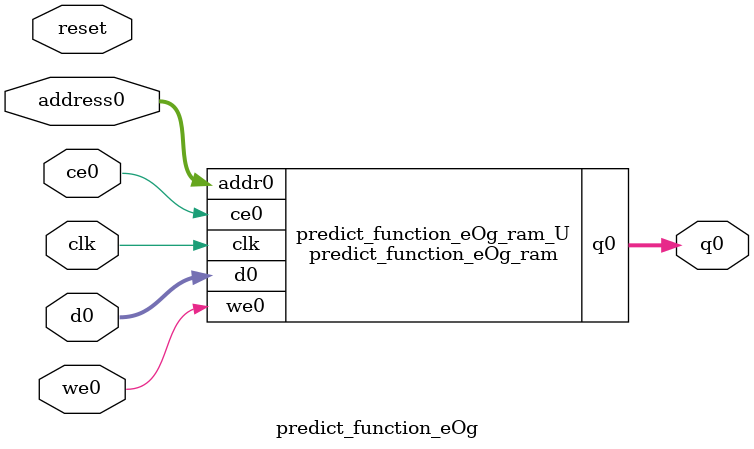
<source format=v>

`timescale 1 ns / 1 ps
module predict_function_eOg_ram (addr0, ce0, d0, we0, q0,  clk);

parameter DWIDTH = 32;
parameter AWIDTH = 7;
parameter MEM_SIZE = 100;

input[AWIDTH-1:0] addr0;
input ce0;
input[DWIDTH-1:0] d0;
input we0;
output reg[DWIDTH-1:0] q0;
input clk;

(* ram_style = "block" *)reg [DWIDTH-1:0] ram[0:MEM_SIZE-1];




always @(posedge clk)  
begin 
    if (ce0) 
    begin
        if (we0) 
        begin 
            ram[addr0] <= d0; 
            q0 <= d0;
        end 
        else 
            q0 <= ram[addr0];
    end
end


endmodule


`timescale 1 ns / 1 ps
module predict_function_eOg(
    reset,
    clk,
    address0,
    ce0,
    we0,
    d0,
    q0);

parameter DataWidth = 32'd32;
parameter AddressRange = 32'd100;
parameter AddressWidth = 32'd7;
input reset;
input clk;
input[AddressWidth - 1:0] address0;
input ce0;
input we0;
input[DataWidth - 1:0] d0;
output[DataWidth - 1:0] q0;



predict_function_eOg_ram predict_function_eOg_ram_U(
    .clk( clk ),
    .addr0( address0 ),
    .ce0( ce0 ),
    .we0( we0 ),
    .d0( d0 ),
    .q0( q0 ));

endmodule


</source>
